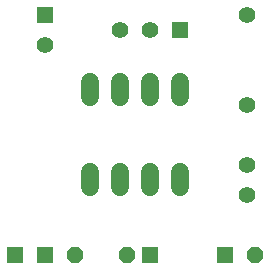
<source format=gbs>
G75*
G70*
%OFA0B0*%
%FSLAX24Y24*%
%IPPOS*%
%LPD*%
%AMOC8*
5,1,8,0,0,1.08239X$1,22.5*
%
%ADD10C,0.0600*%
%ADD11R,0.0556X0.0556*%
%ADD12OC8,0.0556*%
%ADD13C,0.0556*%
D10*
X003601Y003341D02*
X003601Y003861D01*
X004601Y003861D02*
X004601Y003341D01*
X005601Y003341D02*
X005601Y003861D01*
X006601Y003861D02*
X006601Y003341D01*
X006601Y006341D02*
X006601Y006861D01*
X005601Y006861D02*
X005601Y006341D01*
X004601Y006341D02*
X004601Y006861D01*
X003601Y006861D02*
X003601Y006341D01*
D11*
X001101Y001101D03*
X002101Y001101D03*
X005601Y001101D03*
X008101Y001101D03*
X006601Y008601D03*
X002101Y009101D03*
D12*
X003101Y001101D03*
X004851Y001101D03*
X009101Y001101D03*
D13*
X008851Y003101D03*
X008851Y004101D03*
X008851Y006101D03*
X005601Y008601D03*
X004601Y008601D03*
X002101Y008101D03*
X008851Y009101D03*
M02*

</source>
